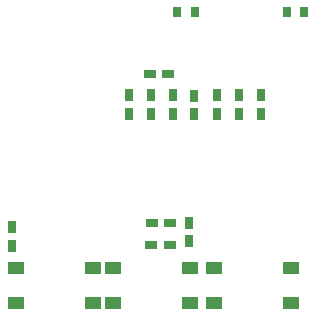
<source format=gtp>
G04*
G04 #@! TF.GenerationSoftware,Altium Limited,Altium Designer,23.10.1 (27)*
G04*
G04 Layer_Color=8421504*
%FSLAX25Y25*%
%MOIN*%
G70*
G04*
G04 #@! TF.SameCoordinates,442CD837-0526-4CC3-B5C4-5EBA4434BA87*
G04*
G04*
G04 #@! TF.FilePolarity,Positive*
G04*
G01*
G75*
%ADD15R,0.05512X0.04331*%
%ADD16R,0.04000X0.03000*%
%ADD17R,0.02756X0.03347*%
%ADD18R,0.03000X0.04000*%
D15*
X78295Y-102406D02*
D03*
X52705D02*
D03*
X78295Y-90595D02*
D03*
X52705D02*
D03*
X111795Y-102406D02*
D03*
X86205D02*
D03*
X111795Y-90595D02*
D03*
X86205D02*
D03*
X45795Y-102406D02*
D03*
X20205D02*
D03*
X45795Y-90595D02*
D03*
X20205D02*
D03*
D16*
X65302Y-83100D02*
D03*
X71498D02*
D03*
X71598Y-75900D02*
D03*
X65500D02*
D03*
X71098Y-26000D02*
D03*
X64902D02*
D03*
D17*
X110500Y-5500D02*
D03*
X116405D02*
D03*
X80000D02*
D03*
X74094D02*
D03*
D18*
X57900Y-39398D02*
D03*
Y-33202D02*
D03*
X101900Y-39398D02*
D03*
Y-33202D02*
D03*
X79600Y-33302D02*
D03*
Y-39498D02*
D03*
X65233Y-33202D02*
D03*
Y-39398D02*
D03*
X72567Y-33202D02*
D03*
Y-39398D02*
D03*
X87233Y-33202D02*
D03*
Y-39398D02*
D03*
X94567Y-33202D02*
D03*
Y-39398D02*
D03*
X19000Y-83298D02*
D03*
Y-77200D02*
D03*
X78000Y-81898D02*
D03*
Y-75702D02*
D03*
M02*

</source>
